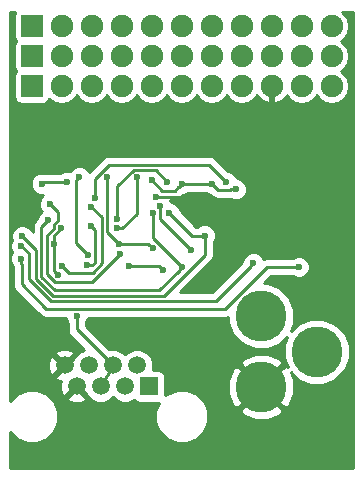
<source format=gbl>
G04 #@! TF.FileFunction,Copper,L2,Bot,Signal*
%FSLAX46Y46*%
G04 Gerber Fmt 4.6, Leading zero omitted, Abs format (unit mm)*
G04 Created by KiCad (PCBNEW 4.0.7) date Thursday, May 03, 2018 'PMt' 09:52:22 PM*
%MOMM*%
%LPD*%
G01*
G04 APERTURE LIST*
%ADD10C,0.100000*%
%ADD11R,1.900000X1.900000*%
%ADD12O,1.900000X1.900000*%
%ADD13C,4.318000*%
%ADD14R,1.500000X1.500000*%
%ADD15C,1.500000*%
%ADD16C,0.600000*%
%ADD17C,0.254000*%
G04 APERTURE END LIST*
D10*
D11*
X181610000Y-80010000D03*
D12*
X184150000Y-80010000D03*
X186690000Y-80010000D03*
X189230000Y-80010000D03*
X191770000Y-80010000D03*
X194310000Y-80010000D03*
X196850000Y-80010000D03*
X199390000Y-80010000D03*
X201930000Y-80010000D03*
X204470000Y-80010000D03*
X207010000Y-80010000D03*
D11*
X181610000Y-77470000D03*
D12*
X184150000Y-77470000D03*
X186690000Y-77470000D03*
X189230000Y-77470000D03*
X191770000Y-77470000D03*
X194310000Y-77470000D03*
X196850000Y-77470000D03*
X199390000Y-77470000D03*
X201930000Y-77470000D03*
X204470000Y-77470000D03*
X207010000Y-77470000D03*
D11*
X181610000Y-74930000D03*
D12*
X184150000Y-74930000D03*
X186690000Y-74930000D03*
X189230000Y-74930000D03*
X191770000Y-74930000D03*
X194310000Y-74930000D03*
X196850000Y-74930000D03*
X199390000Y-74930000D03*
X201930000Y-74930000D03*
X204470000Y-74930000D03*
X207010000Y-74930000D03*
D13*
X201041000Y-105458260D03*
X205740000Y-102458520D03*
X201041000Y-99458780D03*
D14*
X191530000Y-105410000D03*
D15*
X190510000Y-103630000D03*
X189490000Y-105410000D03*
X188470000Y-103630000D03*
X187450000Y-105410000D03*
X186430000Y-103630000D03*
X185410000Y-105410000D03*
X184390000Y-103630000D03*
D16*
X183499902Y-93334698D03*
X183794400Y-95935800D03*
X182448200Y-88239600D03*
X184581800Y-88082800D03*
X198882000Y-88722200D03*
X196850000Y-88239600D03*
X191770000Y-87934800D03*
X194335400Y-88239600D03*
X185420000Y-99458410D03*
X184124600Y-92024200D03*
X193268600Y-90728800D03*
X196240400Y-92633800D03*
X180797200Y-92684600D03*
X187553600Y-99822000D03*
X204673200Y-93929200D03*
X201142600Y-93980000D03*
X197485000Y-93929200D03*
X192100200Y-89408000D03*
X200380600Y-94996000D03*
X180721000Y-93497400D03*
X204241400Y-95300800D03*
X180721000Y-94589600D03*
X194338933Y-95304333D03*
X183014476Y-91323572D03*
X191846200Y-90703400D03*
X192506600Y-90119200D03*
X195122800Y-93878400D03*
X183140758Y-89945595D03*
X189052200Y-94234000D03*
X185634037Y-87688883D03*
X186334400Y-94310200D03*
X191841269Y-93712571D03*
X188010800Y-87714190D03*
X188973769Y-93311689D03*
X186631210Y-91827526D03*
X188849000Y-92024200D03*
X190525400Y-87714190D03*
X186319740Y-95149134D03*
X188854302Y-91224206D03*
X193090800Y-88061800D03*
X184148388Y-95180831D03*
X186631210Y-90181278D03*
X192684400Y-95554800D03*
X186953435Y-89422221D03*
X198094600Y-88120590D03*
X189844524Y-95256367D03*
D17*
X183499902Y-92910434D02*
X183499902Y-93334698D01*
X184124600Y-92024200D02*
X183499902Y-92648898D01*
X183494401Y-95635801D02*
X183494401Y-93340199D01*
X183499902Y-92648898D02*
X183499902Y-92910434D01*
X183794400Y-95935800D02*
X183494401Y-95635801D01*
X183494401Y-93340199D02*
X183499902Y-93334698D01*
X187450000Y-105410000D02*
X188470000Y-103630000D01*
X184581800Y-88082800D02*
X182605000Y-88082800D01*
X182605000Y-88082800D02*
X182448200Y-88239600D01*
X198432336Y-88747600D02*
X197358000Y-88747600D01*
X197358000Y-88747600D02*
X196850000Y-88239600D01*
X198882000Y-88722200D02*
X198457736Y-88722200D01*
X198457736Y-88722200D02*
X198432336Y-88747600D01*
X196850000Y-88239600D02*
X194335400Y-88239600D01*
X193725800Y-88823800D02*
X192659000Y-88823800D01*
X192659000Y-88823800D02*
X191770000Y-87934800D01*
X194010001Y-88539599D02*
X193725800Y-88823800D01*
X194335400Y-88239600D02*
X194035401Y-88539599D01*
X194035401Y-88539599D02*
X194010001Y-88539599D01*
X185420000Y-99882674D02*
X185420000Y-99458410D01*
X188470000Y-103630000D02*
X185420000Y-100580000D01*
X185420000Y-100580000D02*
X185420000Y-99882674D01*
X183392078Y-97720178D02*
X192809816Y-97720178D01*
X181964878Y-96292978D02*
X183392078Y-97720178D01*
X192809816Y-97720178D02*
X196240400Y-94289594D01*
X181964878Y-93852278D02*
X181964878Y-96292978D01*
X196240400Y-93058064D02*
X196240400Y-92633800D01*
X196240400Y-94289594D02*
X196240400Y-93058064D01*
X180797200Y-92684600D02*
X181964878Y-93852278D01*
X193268600Y-90728800D02*
X195173600Y-92633800D01*
X195173600Y-92633800D02*
X196240400Y-92633800D01*
X194640200Y-89408000D02*
X197485000Y-92252800D01*
X197485000Y-92252800D02*
X197485000Y-93929200D01*
X192100200Y-89408000D02*
X194640200Y-89408000D01*
X183204021Y-98174189D02*
X197202411Y-98174189D01*
X197202411Y-98174189D02*
X200080601Y-95295999D01*
X181348001Y-96318169D02*
X183204021Y-98174189D01*
X180721000Y-93497400D02*
X181348001Y-94124401D01*
X181348001Y-94124401D02*
X181348001Y-96318169D01*
X200080601Y-95295999D02*
X200380600Y-94996000D01*
X182803800Y-98831400D02*
X197989098Y-98831400D01*
X197989098Y-98831400D02*
X201519698Y-95300800D01*
X201519698Y-95300800D02*
X204241400Y-95300800D01*
X180746400Y-96774000D02*
X182803800Y-98831400D01*
X180746400Y-95039264D02*
X180746400Y-96774000D01*
X180721000Y-94589600D02*
X180721000Y-95013864D01*
X180721000Y-95013864D02*
X180746400Y-95039264D01*
X194038934Y-95604332D02*
X194338933Y-95304333D01*
X192377099Y-97266167D02*
X194038934Y-95604332D01*
X183580135Y-97266167D02*
X192377099Y-97266167D01*
X182418889Y-91919159D02*
X182418889Y-96104921D01*
X183014476Y-91323572D02*
X182418889Y-91919159D01*
X182418889Y-96104921D02*
X183580135Y-97266167D01*
X194038934Y-95004334D02*
X194338933Y-95304333D01*
X191846200Y-92811600D02*
X194038934Y-95004334D01*
X191846200Y-90703400D02*
X191846200Y-92811600D01*
X195122800Y-93878400D02*
X192506600Y-91262200D01*
X192506600Y-91262200D02*
X192506600Y-90119200D01*
X183870600Y-91350236D02*
X183870600Y-90675437D01*
X183870600Y-90675437D02*
X183440757Y-90245594D01*
X183497598Y-92009134D02*
X183497598Y-91723238D01*
X182872900Y-95916864D02*
X182872900Y-92633832D01*
X186697998Y-96588202D02*
X183544238Y-96588202D01*
X189052200Y-94234000D02*
X186697998Y-96588202D01*
X183440757Y-90245594D02*
X183140758Y-89945595D01*
X182872900Y-92633832D02*
X183497598Y-92009134D01*
X183497598Y-91723238D02*
X183870600Y-91350236D01*
X183544238Y-96588202D02*
X182872900Y-95916864D01*
X185334038Y-87988882D02*
X185634037Y-87688883D01*
X185334038Y-93309838D02*
X185334038Y-87988882D01*
X186334400Y-94310200D02*
X185334038Y-93309838D01*
X191541270Y-93412572D02*
X191841269Y-93712571D01*
X188973769Y-93311689D02*
X191440387Y-93311689D01*
X191440387Y-93311689D02*
X191541270Y-93412572D01*
X188010800Y-92348720D02*
X188010800Y-88138454D01*
X188010800Y-88138454D02*
X188010800Y-87714190D01*
X188973769Y-93311689D02*
X188010800Y-92348720D01*
X186744004Y-95149134D02*
X186961401Y-94931737D01*
X186961401Y-94931737D02*
X186961401Y-92157717D01*
X186961401Y-92157717D02*
X186931209Y-92127525D01*
X186931209Y-92127525D02*
X186631210Y-91827526D01*
X186319740Y-95149134D02*
X186744004Y-95149134D01*
X189273264Y-92024200D02*
X188849000Y-92024200D01*
X190525400Y-90772064D02*
X189273264Y-92024200D01*
X190525400Y-87714190D02*
X190525400Y-90772064D01*
X190224439Y-87087189D02*
X188854302Y-88457326D01*
X188854302Y-88457326D02*
X188854302Y-90799942D01*
X188854302Y-90799942D02*
X188854302Y-91224206D01*
X193090800Y-88061800D02*
X192116189Y-87087189D01*
X192116189Y-87087189D02*
X190224439Y-87087189D01*
X184448387Y-95480830D02*
X184148388Y-95180831D01*
X186631210Y-90181278D02*
X187556790Y-91106858D01*
X187556790Y-91106858D02*
X187556790Y-94978415D01*
X187556790Y-94978415D02*
X186759070Y-95776135D01*
X186759070Y-95776135D02*
X184743692Y-95776135D01*
X184743692Y-95776135D02*
X184448387Y-95480830D01*
X189844524Y-95256367D02*
X192385967Y-95256367D01*
X192385967Y-95256367D02*
X192684400Y-95554800D01*
X186953435Y-88997957D02*
X186953435Y-89422221D01*
X186953435Y-87868993D02*
X186953435Y-88997957D01*
X198094600Y-88120590D02*
X196607188Y-86633178D01*
X196607188Y-86633178D02*
X188189250Y-86633178D01*
X188189250Y-86633178D02*
X186953435Y-87868993D01*
G36*
X180163569Y-73828110D02*
X180112560Y-74080000D01*
X180112560Y-75780000D01*
X180156838Y-76015317D01*
X180277015Y-76202077D01*
X180163569Y-76368110D01*
X180112560Y-76620000D01*
X180112560Y-78320000D01*
X180156838Y-78555317D01*
X180277015Y-78742077D01*
X180163569Y-78908110D01*
X180112560Y-79160000D01*
X180112560Y-80860000D01*
X180156838Y-81095317D01*
X180295910Y-81311441D01*
X180508110Y-81456431D01*
X180760000Y-81507440D01*
X182460000Y-81507440D01*
X182695317Y-81463162D01*
X182911441Y-81324090D01*
X183056431Y-81111890D01*
X183070086Y-81044459D01*
X183099946Y-81089147D01*
X183581715Y-81411054D01*
X184150000Y-81524093D01*
X184718285Y-81411054D01*
X185200054Y-81089147D01*
X185420000Y-80759974D01*
X185639946Y-81089147D01*
X186121715Y-81411054D01*
X186690000Y-81524093D01*
X187258285Y-81411054D01*
X187740054Y-81089147D01*
X187960000Y-80759974D01*
X188179946Y-81089147D01*
X188661715Y-81411054D01*
X189230000Y-81524093D01*
X189798285Y-81411054D01*
X190280054Y-81089147D01*
X190500000Y-80759974D01*
X190719946Y-81089147D01*
X191201715Y-81411054D01*
X191770000Y-81524093D01*
X192338285Y-81411054D01*
X192820054Y-81089147D01*
X193040000Y-80759974D01*
X193259946Y-81089147D01*
X193741715Y-81411054D01*
X194310000Y-81524093D01*
X194878285Y-81411054D01*
X195360054Y-81089147D01*
X195580000Y-80759974D01*
X195799946Y-81089147D01*
X196281715Y-81411054D01*
X196850000Y-81524093D01*
X197418285Y-81411054D01*
X197900054Y-81089147D01*
X198120000Y-80759974D01*
X198339946Y-81089147D01*
X198821715Y-81411054D01*
X199390000Y-81524093D01*
X199958285Y-81411054D01*
X200440054Y-81089147D01*
X200667702Y-80748447D01*
X200734817Y-80891358D01*
X201163076Y-81281645D01*
X201573110Y-81451476D01*
X201803000Y-81330155D01*
X201803000Y-80137000D01*
X201783000Y-80137000D01*
X201783000Y-79883000D01*
X201803000Y-79883000D01*
X201803000Y-79863000D01*
X202057000Y-79863000D01*
X202057000Y-79883000D01*
X202077000Y-79883000D01*
X202077000Y-80137000D01*
X202057000Y-80137000D01*
X202057000Y-81330155D01*
X202286890Y-81451476D01*
X202696924Y-81281645D01*
X203125183Y-80891358D01*
X203192298Y-80748447D01*
X203419946Y-81089147D01*
X203901715Y-81411054D01*
X204470000Y-81524093D01*
X205038285Y-81411054D01*
X205520054Y-81089147D01*
X205740000Y-80759974D01*
X205959946Y-81089147D01*
X206441715Y-81411054D01*
X207010000Y-81524093D01*
X207578285Y-81411054D01*
X208060054Y-81089147D01*
X208381961Y-80607378D01*
X208495000Y-80039093D01*
X208495000Y-79980907D01*
X208381961Y-79412622D01*
X208060054Y-78930853D01*
X207774422Y-78740000D01*
X208060054Y-78549147D01*
X208381961Y-78067378D01*
X208495000Y-77499093D01*
X208495000Y-77440907D01*
X208381961Y-76872622D01*
X208060054Y-76390853D01*
X207774422Y-76200000D01*
X208060054Y-76009147D01*
X208381961Y-75527378D01*
X208495000Y-74959093D01*
X208495000Y-74900907D01*
X208381961Y-74332622D01*
X208060054Y-73850853D01*
X207886667Y-73735000D01*
X208840000Y-73735000D01*
X208840000Y-112320000D01*
X179780000Y-112320000D01*
X179780000Y-109280332D01*
X180342321Y-109843636D01*
X181163481Y-110184611D01*
X182052619Y-110185387D01*
X182874372Y-109845845D01*
X183503636Y-109217679D01*
X183844611Y-108396519D01*
X183845387Y-107507381D01*
X183505845Y-106685628D01*
X183202265Y-106381517D01*
X184618088Y-106381517D01*
X184686077Y-106622460D01*
X185205171Y-106807201D01*
X185755448Y-106779230D01*
X186133923Y-106622460D01*
X186201912Y-106381517D01*
X185410000Y-105589605D01*
X184618088Y-106381517D01*
X183202265Y-106381517D01*
X182877679Y-106056364D01*
X182056519Y-105715389D01*
X181167381Y-105714613D01*
X180345628Y-106054155D01*
X179780000Y-106618796D01*
X179780000Y-103425171D01*
X182992799Y-103425171D01*
X183020770Y-103975448D01*
X183177540Y-104353923D01*
X183418483Y-104421912D01*
X184210395Y-103630000D01*
X183418483Y-102838088D01*
X183177540Y-102906077D01*
X182992799Y-103425171D01*
X179780000Y-103425171D01*
X179780000Y-102658483D01*
X183598088Y-102658483D01*
X184390000Y-103450395D01*
X185181912Y-102658483D01*
X185113923Y-102417540D01*
X184594829Y-102232799D01*
X184044552Y-102260770D01*
X183666077Y-102417540D01*
X183598088Y-102658483D01*
X179780000Y-102658483D01*
X179780000Y-93682567D01*
X179785838Y-93682567D01*
X179927883Y-94026343D01*
X179944810Y-94043299D01*
X179928808Y-94059273D01*
X179786162Y-94402801D01*
X179785838Y-94774767D01*
X179927883Y-95118543D01*
X179984400Y-95175159D01*
X179984400Y-96774000D01*
X180042404Y-97065605D01*
X180176416Y-97266167D01*
X180207585Y-97312815D01*
X182264985Y-99370215D01*
X182512195Y-99535396D01*
X182803800Y-99593400D01*
X184484882Y-99593400D01*
X184484838Y-99643577D01*
X184626883Y-99987353D01*
X184658000Y-100018524D01*
X184658000Y-100580000D01*
X184716004Y-100871605D01*
X184881185Y-101118815D01*
X186050573Y-102288204D01*
X185646485Y-102455169D01*
X185256539Y-102844436D01*
X185186503Y-103013102D01*
X184569605Y-103630000D01*
X184583748Y-103644143D01*
X184404143Y-103823748D01*
X184390000Y-103809605D01*
X183598088Y-104601517D01*
X183666077Y-104842460D01*
X184088395Y-104992759D01*
X184012799Y-105205171D01*
X184040770Y-105755448D01*
X184197540Y-106133923D01*
X184438483Y-106201912D01*
X185230395Y-105410000D01*
X185216253Y-105395858D01*
X185395858Y-105216253D01*
X185410000Y-105230395D01*
X185424143Y-105216253D01*
X185603748Y-105395858D01*
X185589605Y-105410000D01*
X186206199Y-106026594D01*
X186275169Y-106193515D01*
X186664436Y-106583461D01*
X187173298Y-106794759D01*
X187724285Y-106795240D01*
X188233515Y-106584831D01*
X188470071Y-106348687D01*
X188704436Y-106583461D01*
X189213298Y-106794759D01*
X189764285Y-106795240D01*
X190273515Y-106584831D01*
X190288903Y-106569470D01*
X190315910Y-106611441D01*
X190528110Y-106756431D01*
X190780000Y-106807440D01*
X192280000Y-106807440D01*
X192371564Y-106790211D01*
X192075389Y-107503481D01*
X192074613Y-108392619D01*
X192414155Y-109214372D01*
X193042321Y-109843636D01*
X193863481Y-110184611D01*
X194752619Y-110185387D01*
X195574372Y-109845845D01*
X196203636Y-109217679D01*
X196544611Y-108396519D01*
X196545387Y-107507381D01*
X196520872Y-107448050D01*
X199230815Y-107448050D01*
X199470963Y-107835295D01*
X200500127Y-108255181D01*
X201611634Y-108249261D01*
X202611037Y-107835295D01*
X202851185Y-107448050D01*
X201041000Y-105637865D01*
X199230815Y-107448050D01*
X196520872Y-107448050D01*
X196205845Y-106685628D01*
X195577679Y-106056364D01*
X194756519Y-105715389D01*
X193867381Y-105714613D01*
X193045628Y-106054155D01*
X192924360Y-106175212D01*
X192927440Y-106160000D01*
X192927440Y-104917387D01*
X198244079Y-104917387D01*
X198249999Y-106028894D01*
X198663965Y-107028297D01*
X199051210Y-107268445D01*
X200861395Y-105458260D01*
X199051210Y-103648075D01*
X198663965Y-103888223D01*
X198244079Y-104917387D01*
X192927440Y-104917387D01*
X192927440Y-104660000D01*
X192883162Y-104424683D01*
X192744090Y-104208559D01*
X192531890Y-104063569D01*
X192280000Y-104012560D01*
X191850803Y-104012560D01*
X191894759Y-103906702D01*
X191895141Y-103468470D01*
X199230815Y-103468470D01*
X201041000Y-105278655D01*
X202851185Y-103468470D01*
X202611037Y-103081225D01*
X201581873Y-102661339D01*
X200470366Y-102667259D01*
X199470963Y-103081225D01*
X199230815Y-103468470D01*
X191895141Y-103468470D01*
X191895240Y-103355715D01*
X191684831Y-102846485D01*
X191295564Y-102456539D01*
X190786702Y-102245241D01*
X190235715Y-102244760D01*
X189726485Y-102455169D01*
X189489929Y-102691313D01*
X189255564Y-102456539D01*
X188746702Y-102245241D01*
X188195715Y-102244760D01*
X188172134Y-102254503D01*
X186182000Y-100264370D01*
X186182000Y-100018876D01*
X186212192Y-99988737D01*
X186354838Y-99645209D01*
X186354883Y-99593400D01*
X197989098Y-99593400D01*
X198246926Y-99542115D01*
X198246516Y-100012103D01*
X198670981Y-101039386D01*
X199456260Y-101826037D01*
X200482801Y-102252294D01*
X201594323Y-102253264D01*
X202621606Y-101828799D01*
X203227218Y-101224243D01*
X202946486Y-101900321D01*
X202945516Y-103011843D01*
X203269592Y-103796167D01*
X203030790Y-103648075D01*
X201220605Y-105458260D01*
X203030790Y-107268445D01*
X203418035Y-107028297D01*
X203837921Y-105999133D01*
X203832001Y-104887626D01*
X203558952Y-104228427D01*
X204155260Y-104825777D01*
X205181801Y-105252034D01*
X206293323Y-105253004D01*
X207320606Y-104828539D01*
X208107257Y-104043260D01*
X208533514Y-103016719D01*
X208534484Y-101905197D01*
X208110019Y-100877914D01*
X207324740Y-100091263D01*
X206298199Y-99665006D01*
X205186677Y-99664036D01*
X204159394Y-100088501D01*
X203553782Y-100693057D01*
X203834514Y-100016979D01*
X203835484Y-98905457D01*
X203411019Y-97878174D01*
X202625740Y-97091523D01*
X201599199Y-96665266D01*
X201233182Y-96664947D01*
X201835329Y-96062800D01*
X203680934Y-96062800D01*
X203711073Y-96092992D01*
X204054601Y-96235638D01*
X204426567Y-96235962D01*
X204770343Y-96093917D01*
X205033592Y-95831127D01*
X205176238Y-95487599D01*
X205176562Y-95115633D01*
X205034517Y-94771857D01*
X204771727Y-94508608D01*
X204428199Y-94365962D01*
X204056233Y-94365638D01*
X203712457Y-94507683D01*
X203681286Y-94538800D01*
X201519698Y-94538800D01*
X201228093Y-94596804D01*
X201227493Y-94597205D01*
X201173717Y-94467057D01*
X200910927Y-94203808D01*
X200567399Y-94061162D01*
X200195433Y-94060838D01*
X199851657Y-94202883D01*
X199588408Y-94465673D01*
X199445762Y-94809201D01*
X199445724Y-94853245D01*
X196886781Y-97412189D01*
X194195435Y-97412189D01*
X196779215Y-94828410D01*
X196944396Y-94581199D01*
X196952127Y-94542333D01*
X197002400Y-94289594D01*
X197002400Y-93194266D01*
X197032592Y-93164127D01*
X197175238Y-92820599D01*
X197175562Y-92448633D01*
X197033517Y-92104857D01*
X196770727Y-91841608D01*
X196427199Y-91698962D01*
X196055233Y-91698638D01*
X195711457Y-91840683D01*
X195680286Y-91871800D01*
X195489230Y-91871800D01*
X194203725Y-90586295D01*
X194203762Y-90543633D01*
X194061717Y-90199857D01*
X193798927Y-89936608D01*
X193455399Y-89793962D01*
X193383860Y-89793900D01*
X193299717Y-89590257D01*
X193295268Y-89585800D01*
X193725800Y-89585800D01*
X194017405Y-89527796D01*
X194264615Y-89362615D01*
X194452527Y-89174703D01*
X194520567Y-89174762D01*
X194864343Y-89032717D01*
X194895514Y-89001600D01*
X196289534Y-89001600D01*
X196319673Y-89031792D01*
X196663201Y-89174438D01*
X196707246Y-89174476D01*
X196819184Y-89286415D01*
X197012026Y-89415268D01*
X197066395Y-89451596D01*
X197358000Y-89509600D01*
X198346889Y-89509600D01*
X198351673Y-89514392D01*
X198695201Y-89657038D01*
X199067167Y-89657362D01*
X199410943Y-89515317D01*
X199674192Y-89252527D01*
X199816838Y-88908999D01*
X199817162Y-88537033D01*
X199675117Y-88193257D01*
X199412327Y-87930008D01*
X199068799Y-87787362D01*
X198968549Y-87787275D01*
X198887717Y-87591647D01*
X198624927Y-87328398D01*
X198281399Y-87185752D01*
X198237354Y-87185714D01*
X197146003Y-86094363D01*
X196898793Y-85929182D01*
X196607188Y-85871178D01*
X188189250Y-85871178D01*
X187897645Y-85929182D01*
X187650434Y-86094363D01*
X186473264Y-87271534D01*
X186427154Y-87159940D01*
X186164364Y-86896691D01*
X185820836Y-86754045D01*
X185448870Y-86753721D01*
X185105094Y-86895766D01*
X184841845Y-87158556D01*
X184834825Y-87175462D01*
X184768599Y-87147962D01*
X184396633Y-87147638D01*
X184052857Y-87289683D01*
X184021686Y-87320800D01*
X182673623Y-87320800D01*
X182634999Y-87304762D01*
X182263033Y-87304438D01*
X181919257Y-87446483D01*
X181656008Y-87709273D01*
X181513362Y-88052801D01*
X181513038Y-88424767D01*
X181655083Y-88768543D01*
X181917873Y-89031792D01*
X182261401Y-89174438D01*
X182589530Y-89174724D01*
X182348566Y-89415268D01*
X182205920Y-89758796D01*
X182205596Y-90130762D01*
X182347641Y-90474538D01*
X182444425Y-90571491D01*
X182222284Y-90793245D01*
X182079638Y-91136773D01*
X182079600Y-91180818D01*
X181895174Y-91365244D01*
X181729993Y-91612454D01*
X181671989Y-91904059D01*
X181671989Y-92353319D01*
X181590317Y-92155657D01*
X181327527Y-91892408D01*
X180983999Y-91749762D01*
X180612033Y-91749438D01*
X180268257Y-91891483D01*
X180005008Y-92154273D01*
X179862362Y-92497801D01*
X179862038Y-92869767D01*
X179915493Y-92999139D01*
X179786162Y-93310601D01*
X179785838Y-93682567D01*
X179780000Y-93682567D01*
X179780000Y-73735000D01*
X180227188Y-73735000D01*
X180163569Y-73828110D01*
X180163569Y-73828110D01*
G37*
X180163569Y-73828110D02*
X180112560Y-74080000D01*
X180112560Y-75780000D01*
X180156838Y-76015317D01*
X180277015Y-76202077D01*
X180163569Y-76368110D01*
X180112560Y-76620000D01*
X180112560Y-78320000D01*
X180156838Y-78555317D01*
X180277015Y-78742077D01*
X180163569Y-78908110D01*
X180112560Y-79160000D01*
X180112560Y-80860000D01*
X180156838Y-81095317D01*
X180295910Y-81311441D01*
X180508110Y-81456431D01*
X180760000Y-81507440D01*
X182460000Y-81507440D01*
X182695317Y-81463162D01*
X182911441Y-81324090D01*
X183056431Y-81111890D01*
X183070086Y-81044459D01*
X183099946Y-81089147D01*
X183581715Y-81411054D01*
X184150000Y-81524093D01*
X184718285Y-81411054D01*
X185200054Y-81089147D01*
X185420000Y-80759974D01*
X185639946Y-81089147D01*
X186121715Y-81411054D01*
X186690000Y-81524093D01*
X187258285Y-81411054D01*
X187740054Y-81089147D01*
X187960000Y-80759974D01*
X188179946Y-81089147D01*
X188661715Y-81411054D01*
X189230000Y-81524093D01*
X189798285Y-81411054D01*
X190280054Y-81089147D01*
X190500000Y-80759974D01*
X190719946Y-81089147D01*
X191201715Y-81411054D01*
X191770000Y-81524093D01*
X192338285Y-81411054D01*
X192820054Y-81089147D01*
X193040000Y-80759974D01*
X193259946Y-81089147D01*
X193741715Y-81411054D01*
X194310000Y-81524093D01*
X194878285Y-81411054D01*
X195360054Y-81089147D01*
X195580000Y-80759974D01*
X195799946Y-81089147D01*
X196281715Y-81411054D01*
X196850000Y-81524093D01*
X197418285Y-81411054D01*
X197900054Y-81089147D01*
X198120000Y-80759974D01*
X198339946Y-81089147D01*
X198821715Y-81411054D01*
X199390000Y-81524093D01*
X199958285Y-81411054D01*
X200440054Y-81089147D01*
X200667702Y-80748447D01*
X200734817Y-80891358D01*
X201163076Y-81281645D01*
X201573110Y-81451476D01*
X201803000Y-81330155D01*
X201803000Y-80137000D01*
X201783000Y-80137000D01*
X201783000Y-79883000D01*
X201803000Y-79883000D01*
X201803000Y-79863000D01*
X202057000Y-79863000D01*
X202057000Y-79883000D01*
X202077000Y-79883000D01*
X202077000Y-80137000D01*
X202057000Y-80137000D01*
X202057000Y-81330155D01*
X202286890Y-81451476D01*
X202696924Y-81281645D01*
X203125183Y-80891358D01*
X203192298Y-80748447D01*
X203419946Y-81089147D01*
X203901715Y-81411054D01*
X204470000Y-81524093D01*
X205038285Y-81411054D01*
X205520054Y-81089147D01*
X205740000Y-80759974D01*
X205959946Y-81089147D01*
X206441715Y-81411054D01*
X207010000Y-81524093D01*
X207578285Y-81411054D01*
X208060054Y-81089147D01*
X208381961Y-80607378D01*
X208495000Y-80039093D01*
X208495000Y-79980907D01*
X208381961Y-79412622D01*
X208060054Y-78930853D01*
X207774422Y-78740000D01*
X208060054Y-78549147D01*
X208381961Y-78067378D01*
X208495000Y-77499093D01*
X208495000Y-77440907D01*
X208381961Y-76872622D01*
X208060054Y-76390853D01*
X207774422Y-76200000D01*
X208060054Y-76009147D01*
X208381961Y-75527378D01*
X208495000Y-74959093D01*
X208495000Y-74900907D01*
X208381961Y-74332622D01*
X208060054Y-73850853D01*
X207886667Y-73735000D01*
X208840000Y-73735000D01*
X208840000Y-112320000D01*
X179780000Y-112320000D01*
X179780000Y-109280332D01*
X180342321Y-109843636D01*
X181163481Y-110184611D01*
X182052619Y-110185387D01*
X182874372Y-109845845D01*
X183503636Y-109217679D01*
X183844611Y-108396519D01*
X183845387Y-107507381D01*
X183505845Y-106685628D01*
X183202265Y-106381517D01*
X184618088Y-106381517D01*
X184686077Y-106622460D01*
X185205171Y-106807201D01*
X185755448Y-106779230D01*
X186133923Y-106622460D01*
X186201912Y-106381517D01*
X185410000Y-105589605D01*
X184618088Y-106381517D01*
X183202265Y-106381517D01*
X182877679Y-106056364D01*
X182056519Y-105715389D01*
X181167381Y-105714613D01*
X180345628Y-106054155D01*
X179780000Y-106618796D01*
X179780000Y-103425171D01*
X182992799Y-103425171D01*
X183020770Y-103975448D01*
X183177540Y-104353923D01*
X183418483Y-104421912D01*
X184210395Y-103630000D01*
X183418483Y-102838088D01*
X183177540Y-102906077D01*
X182992799Y-103425171D01*
X179780000Y-103425171D01*
X179780000Y-102658483D01*
X183598088Y-102658483D01*
X184390000Y-103450395D01*
X185181912Y-102658483D01*
X185113923Y-102417540D01*
X184594829Y-102232799D01*
X184044552Y-102260770D01*
X183666077Y-102417540D01*
X183598088Y-102658483D01*
X179780000Y-102658483D01*
X179780000Y-93682567D01*
X179785838Y-93682567D01*
X179927883Y-94026343D01*
X179944810Y-94043299D01*
X179928808Y-94059273D01*
X179786162Y-94402801D01*
X179785838Y-94774767D01*
X179927883Y-95118543D01*
X179984400Y-95175159D01*
X179984400Y-96774000D01*
X180042404Y-97065605D01*
X180176416Y-97266167D01*
X180207585Y-97312815D01*
X182264985Y-99370215D01*
X182512195Y-99535396D01*
X182803800Y-99593400D01*
X184484882Y-99593400D01*
X184484838Y-99643577D01*
X184626883Y-99987353D01*
X184658000Y-100018524D01*
X184658000Y-100580000D01*
X184716004Y-100871605D01*
X184881185Y-101118815D01*
X186050573Y-102288204D01*
X185646485Y-102455169D01*
X185256539Y-102844436D01*
X185186503Y-103013102D01*
X184569605Y-103630000D01*
X184583748Y-103644143D01*
X184404143Y-103823748D01*
X184390000Y-103809605D01*
X183598088Y-104601517D01*
X183666077Y-104842460D01*
X184088395Y-104992759D01*
X184012799Y-105205171D01*
X184040770Y-105755448D01*
X184197540Y-106133923D01*
X184438483Y-106201912D01*
X185230395Y-105410000D01*
X185216253Y-105395858D01*
X185395858Y-105216253D01*
X185410000Y-105230395D01*
X185424143Y-105216253D01*
X185603748Y-105395858D01*
X185589605Y-105410000D01*
X186206199Y-106026594D01*
X186275169Y-106193515D01*
X186664436Y-106583461D01*
X187173298Y-106794759D01*
X187724285Y-106795240D01*
X188233515Y-106584831D01*
X188470071Y-106348687D01*
X188704436Y-106583461D01*
X189213298Y-106794759D01*
X189764285Y-106795240D01*
X190273515Y-106584831D01*
X190288903Y-106569470D01*
X190315910Y-106611441D01*
X190528110Y-106756431D01*
X190780000Y-106807440D01*
X192280000Y-106807440D01*
X192371564Y-106790211D01*
X192075389Y-107503481D01*
X192074613Y-108392619D01*
X192414155Y-109214372D01*
X193042321Y-109843636D01*
X193863481Y-110184611D01*
X194752619Y-110185387D01*
X195574372Y-109845845D01*
X196203636Y-109217679D01*
X196544611Y-108396519D01*
X196545387Y-107507381D01*
X196520872Y-107448050D01*
X199230815Y-107448050D01*
X199470963Y-107835295D01*
X200500127Y-108255181D01*
X201611634Y-108249261D01*
X202611037Y-107835295D01*
X202851185Y-107448050D01*
X201041000Y-105637865D01*
X199230815Y-107448050D01*
X196520872Y-107448050D01*
X196205845Y-106685628D01*
X195577679Y-106056364D01*
X194756519Y-105715389D01*
X193867381Y-105714613D01*
X193045628Y-106054155D01*
X192924360Y-106175212D01*
X192927440Y-106160000D01*
X192927440Y-104917387D01*
X198244079Y-104917387D01*
X198249999Y-106028894D01*
X198663965Y-107028297D01*
X199051210Y-107268445D01*
X200861395Y-105458260D01*
X199051210Y-103648075D01*
X198663965Y-103888223D01*
X198244079Y-104917387D01*
X192927440Y-104917387D01*
X192927440Y-104660000D01*
X192883162Y-104424683D01*
X192744090Y-104208559D01*
X192531890Y-104063569D01*
X192280000Y-104012560D01*
X191850803Y-104012560D01*
X191894759Y-103906702D01*
X191895141Y-103468470D01*
X199230815Y-103468470D01*
X201041000Y-105278655D01*
X202851185Y-103468470D01*
X202611037Y-103081225D01*
X201581873Y-102661339D01*
X200470366Y-102667259D01*
X199470963Y-103081225D01*
X199230815Y-103468470D01*
X191895141Y-103468470D01*
X191895240Y-103355715D01*
X191684831Y-102846485D01*
X191295564Y-102456539D01*
X190786702Y-102245241D01*
X190235715Y-102244760D01*
X189726485Y-102455169D01*
X189489929Y-102691313D01*
X189255564Y-102456539D01*
X188746702Y-102245241D01*
X188195715Y-102244760D01*
X188172134Y-102254503D01*
X186182000Y-100264370D01*
X186182000Y-100018876D01*
X186212192Y-99988737D01*
X186354838Y-99645209D01*
X186354883Y-99593400D01*
X197989098Y-99593400D01*
X198246926Y-99542115D01*
X198246516Y-100012103D01*
X198670981Y-101039386D01*
X199456260Y-101826037D01*
X200482801Y-102252294D01*
X201594323Y-102253264D01*
X202621606Y-101828799D01*
X203227218Y-101224243D01*
X202946486Y-101900321D01*
X202945516Y-103011843D01*
X203269592Y-103796167D01*
X203030790Y-103648075D01*
X201220605Y-105458260D01*
X203030790Y-107268445D01*
X203418035Y-107028297D01*
X203837921Y-105999133D01*
X203832001Y-104887626D01*
X203558952Y-104228427D01*
X204155260Y-104825777D01*
X205181801Y-105252034D01*
X206293323Y-105253004D01*
X207320606Y-104828539D01*
X208107257Y-104043260D01*
X208533514Y-103016719D01*
X208534484Y-101905197D01*
X208110019Y-100877914D01*
X207324740Y-100091263D01*
X206298199Y-99665006D01*
X205186677Y-99664036D01*
X204159394Y-100088501D01*
X203553782Y-100693057D01*
X203834514Y-100016979D01*
X203835484Y-98905457D01*
X203411019Y-97878174D01*
X202625740Y-97091523D01*
X201599199Y-96665266D01*
X201233182Y-96664947D01*
X201835329Y-96062800D01*
X203680934Y-96062800D01*
X203711073Y-96092992D01*
X204054601Y-96235638D01*
X204426567Y-96235962D01*
X204770343Y-96093917D01*
X205033592Y-95831127D01*
X205176238Y-95487599D01*
X205176562Y-95115633D01*
X205034517Y-94771857D01*
X204771727Y-94508608D01*
X204428199Y-94365962D01*
X204056233Y-94365638D01*
X203712457Y-94507683D01*
X203681286Y-94538800D01*
X201519698Y-94538800D01*
X201228093Y-94596804D01*
X201227493Y-94597205D01*
X201173717Y-94467057D01*
X200910927Y-94203808D01*
X200567399Y-94061162D01*
X200195433Y-94060838D01*
X199851657Y-94202883D01*
X199588408Y-94465673D01*
X199445762Y-94809201D01*
X199445724Y-94853245D01*
X196886781Y-97412189D01*
X194195435Y-97412189D01*
X196779215Y-94828410D01*
X196944396Y-94581199D01*
X196952127Y-94542333D01*
X197002400Y-94289594D01*
X197002400Y-93194266D01*
X197032592Y-93164127D01*
X197175238Y-92820599D01*
X197175562Y-92448633D01*
X197033517Y-92104857D01*
X196770727Y-91841608D01*
X196427199Y-91698962D01*
X196055233Y-91698638D01*
X195711457Y-91840683D01*
X195680286Y-91871800D01*
X195489230Y-91871800D01*
X194203725Y-90586295D01*
X194203762Y-90543633D01*
X194061717Y-90199857D01*
X193798927Y-89936608D01*
X193455399Y-89793962D01*
X193383860Y-89793900D01*
X193299717Y-89590257D01*
X193295268Y-89585800D01*
X193725800Y-89585800D01*
X194017405Y-89527796D01*
X194264615Y-89362615D01*
X194452527Y-89174703D01*
X194520567Y-89174762D01*
X194864343Y-89032717D01*
X194895514Y-89001600D01*
X196289534Y-89001600D01*
X196319673Y-89031792D01*
X196663201Y-89174438D01*
X196707246Y-89174476D01*
X196819184Y-89286415D01*
X197012026Y-89415268D01*
X197066395Y-89451596D01*
X197358000Y-89509600D01*
X198346889Y-89509600D01*
X198351673Y-89514392D01*
X198695201Y-89657038D01*
X199067167Y-89657362D01*
X199410943Y-89515317D01*
X199674192Y-89252527D01*
X199816838Y-88908999D01*
X199817162Y-88537033D01*
X199675117Y-88193257D01*
X199412327Y-87930008D01*
X199068799Y-87787362D01*
X198968549Y-87787275D01*
X198887717Y-87591647D01*
X198624927Y-87328398D01*
X198281399Y-87185752D01*
X198237354Y-87185714D01*
X197146003Y-86094363D01*
X196898793Y-85929182D01*
X196607188Y-85871178D01*
X188189250Y-85871178D01*
X187897645Y-85929182D01*
X187650434Y-86094363D01*
X186473264Y-87271534D01*
X186427154Y-87159940D01*
X186164364Y-86896691D01*
X185820836Y-86754045D01*
X185448870Y-86753721D01*
X185105094Y-86895766D01*
X184841845Y-87158556D01*
X184834825Y-87175462D01*
X184768599Y-87147962D01*
X184396633Y-87147638D01*
X184052857Y-87289683D01*
X184021686Y-87320800D01*
X182673623Y-87320800D01*
X182634999Y-87304762D01*
X182263033Y-87304438D01*
X181919257Y-87446483D01*
X181656008Y-87709273D01*
X181513362Y-88052801D01*
X181513038Y-88424767D01*
X181655083Y-88768543D01*
X181917873Y-89031792D01*
X182261401Y-89174438D01*
X182589530Y-89174724D01*
X182348566Y-89415268D01*
X182205920Y-89758796D01*
X182205596Y-90130762D01*
X182347641Y-90474538D01*
X182444425Y-90571491D01*
X182222284Y-90793245D01*
X182079638Y-91136773D01*
X182079600Y-91180818D01*
X181895174Y-91365244D01*
X181729993Y-91612454D01*
X181671989Y-91904059D01*
X181671989Y-92353319D01*
X181590317Y-92155657D01*
X181327527Y-91892408D01*
X180983999Y-91749762D01*
X180612033Y-91749438D01*
X180268257Y-91891483D01*
X180005008Y-92154273D01*
X179862362Y-92497801D01*
X179862038Y-92869767D01*
X179915493Y-92999139D01*
X179786162Y-93310601D01*
X179785838Y-93682567D01*
X179780000Y-93682567D01*
X179780000Y-73735000D01*
X180227188Y-73735000D01*
X180163569Y-73828110D01*
M02*

</source>
